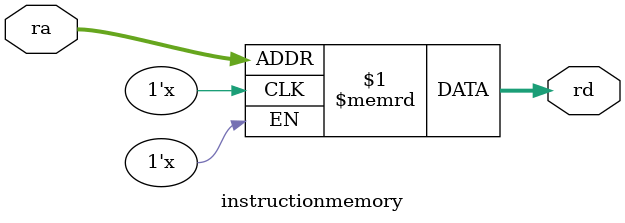
<source format=sv>
module instructionmemory #(
parameter INS_ADDRESS = 9,
parameter INS_W = 32
)(
input logic [ INS_ADDRESS -1:0] ra , // Read address of the instruction memory , comes from PC
output logic [ INS_W -1:0] rd // Read Data
);

(* ram_style = " block " *) logic [ INS_W -1:0] ins_mem [(2** INS_ADDRESS ) -1:0];

assign rd =  ins_mem[ra];

endmodule

</source>
